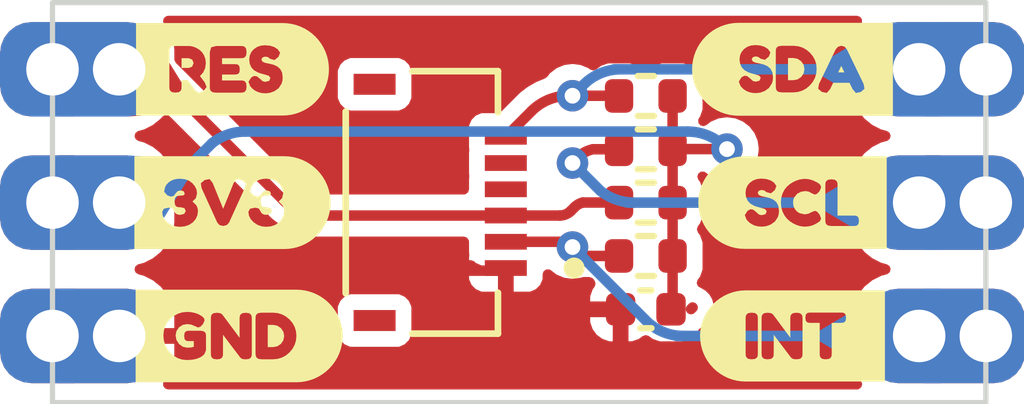
<source format=kicad_pcb>
(kicad_pcb (version 20240108) (generator "pcbnew") (generator_version "8.0")
  (layers (0 "F.Cu" signal) (31 "B.Cu" signal) (34 "B.Paste" user) (35 "F.Paste" user) (36 "B.SilkS" user "B.Silkscreen") (37 "F.SilkS" user "F.Silkscreen") (38 "B.Mask" user) (39 "F.Mask" user) (44 "Edge.Cuts" user))
  (net 0 "")
  (net 1 "GND")
  (net 2 "+3.3V")
  (net 3 "/INT")
  (net 4 "/SDA")
  (net 5 "/SCL")
  (net 6 "/RESET")
  (footprint "FH34SRJ-6S-0.5SH_50:HRS_FH34SRJ-6S-0.5SH_50_" (layer "F.Cu") (at 100.731 68.576 -90)
    (property "Reference" "J1" (hide yes))
    (property "Value" "Conn_01x06" (hide yes))
    (fp_line (start -1.73 1.8) (end 1.73 1.8) (stroke (width 0.127)) (layer "F.SilkS"))
    (fp_line (start -2.5 -1.1) (end -2.5 0.53) (stroke (width 0.127)) (layer "F.SilkS"))
    (fp_line (start -1.72 -1.1) (end -2.5 -1.1) (stroke (width 0.127)) (layer "F.SilkS"))
    (fp_line (start 1.72 -1.1) (end 2.5 -1.1) (stroke (width 0.127)) (layer "F.SilkS"))
    (fp_line (start 2.5 -1.1) (end 2.5 0.53) (stroke (width 0.127)) (layer "F.SilkS"))
    (fp_circle (center 1.25 -2.55) (end 1.35 -2.55) (stroke (width 0.2)) (fill none) (layer "F.SilkS"))
    (pad "1" smd rect (at 1.25 -1.25 270) (size 0.3 0.8) (layers "F.Cu" "F.Mask") (net 1 "GND"))
    (pad "2" smd rect (at 0.75 -1.25 270) (size 0.3 0.8) (layers "F.Cu" "F.Mask") (net 3 "/INT"))
    (pad "3" smd rect (at 0.25 -1.25 270) (size 0.3 0.8) (layers "F.Cu" "F.Mask") (net 6 "/RESET"))
    (pad "4" smd rect (at -0.25 -1.25 270) (size 0.3 0.8) (layers "F.Cu" "F.Mask") (net 2 "+3.3V"))
    (pad "5" smd rect (at -0.75 -1.25 270) (size 0.3 0.8) (layers "F.Cu" "F.Mask") (net 5 "/SCL"))
    (pad "6" smd rect (at -1.25 -1.25 270) (size 0.3 0.8) (layers "F.Cu" "F.Mask") (net 4 "/SDA"))
    (pad "S1" smd rect (at 2.25 1.25 270) (size 0.4 0.8) (layers "F.Cu" "F.Paste" "F.Mask"))
    (pad "S2" smd rect (at -2.25 1.25 270) (size 0.4 0.8) (layers "F.Cu" "F.Paste" "F.Mask"))
  )
  (footprint "Capacitor_SMD:C_0402_1005Metric" (layer "F.Cu") (at 104.648 70.612 180)
    (property "Reference" "C1" (hide yes))
    (property "Value" "0.1uF" (hide yes))
    (fp_line (start -0.107836 0.36) (end 0.107836 0.36) (stroke (width 0.12)) (layer "F.SilkS"))
    (fp_line (start -0.107836 -0.36) (end 0.107836 -0.36) (stroke (width 0.12)) (layer "F.SilkS"))
    (pad "1" smd roundrect (at -0.48 0 180) (size 0.56 0.62) (layers "F.Cu" "F.Paste" "F.Mask") (net 2 "+3.3V"))
    (pad "2" smd roundrect (at 0.48 0 180) (size 0.56 0.62) (layers "F.Cu" "F.Paste" "F.Mask") (net 1 "GND"))
  )
  (footprint "kibuzzard-6633914E" (layer "F.Cu") (at 107.442 71.12)
    (property "Reference" "kibuzzard-6633914E" (hide yes))
    (property "Value" "G***" (hide yes))
    (fp_poly (pts (xy -0.89244 -0.868468) (xy -0.892545 -0.868468) (xy -0.97767 -0.864286) (xy -1.061975 -0.851781) (xy -1.144648 -0.831072) (xy -1.224894 -0.80236) (xy -1.301939 -0.765921) (xy -1.375041 -0.722105) (xy -1.443496 -0.671335) (xy -1.506645 -0.6141) (xy -1.563881 -0.55095) (xy -1.61465 -0.482495) (xy -1.658466 -0.409393) (xy -1.694906 -0.332348) (xy -1.723618 -0.252103) (xy -1.744326 -0.16943) (xy -1.756832 -0.085125) (xy -1.761014 0) (xy -1.756832 0.085125) (xy -1.744326 0.16943) (xy -1.723618 0.252103) (xy -1.694906 0.332348) (xy -1.658466 0.409393) (xy -1.61465 0.482495) (xy -1.563881 0.55095) (xy -1.506645 0.6141) (xy -1.443496 0.671335) (xy -1.375041 0.722105) (xy -1.301939 0.765921) (xy -1.224894 0.80236) (xy -1.144648 0.831072) (xy -1.061975 0.851781) (xy -0.97767 0.864286) (xy -0.892545 0.868468) (xy -0.89244 0.868468) (xy -0.77687 0.868468) (xy -0.77687 0.445135) (xy -0.84291 0.436245) (xy -0.87847 0.407035) (xy -0.890535 0.37211) (xy -0.89244 0.328295) (xy -0.89244 -0.328295) (xy -0.890535 -0.37084) (xy -0.87847 -0.405765) (xy -0.84291 -0.434975) (xy -0.7756 -0.443865) (xy -0.70956 -0.434975) (xy -0.674 -0.405765) (xy -0.661935 -0.37084) (xy -0.66003 -0.327025) (xy -0.66003 0.329565) (xy -0.661935 0.37338) (xy -0.674 0.40767) (xy -0.70956 0.436245) (xy -0.77687 0.445135) (xy -0.77687 0.868468) (xy -0.47461 0.868468) (xy -0.47461 0.445135) (xy -0.540015 0.436245) (xy -0.574305 0.40767) (xy -0.58637 0.372745) (xy -0.58891 0.328295) (xy -0.58891 -0.330835) (xy -0.58637 -0.37338) (xy -0.57367 -0.407035) (xy -0.538745 -0.43434) (xy -0.47207 -0.442595) (xy -0.414285 -0.434975) (xy -0.3819 -0.4191) (xy -0.35904 -0.393065) (xy -0.04154 0.033655) (xy -0.04154 -0.330835) (xy -0.039 -0.372745) (xy -0.0263 -0.4064) (xy 0.00926 -0.433705) (xy 0.0753 -0.442595) (xy 0.14134 -0.433705) (xy 0.1769 -0.404495) (xy 0.188965 -0.36957) (xy 0.19087 -0.325755) (xy 0.19087 0.329565) (xy 0.188965 0.37338) (xy 0.1769 0.40767) (xy 0.14134 0.436245) (xy 0.07403 0.445135) (xy 0.008625 0.43815) (xy -0.02884 0.410845) (xy -0.35777 -0.023495) (xy -0.35777 0.329565) (xy -0.359675 0.37338) (xy -0.37174 0.40767) (xy -0.4073 0.436245) (xy -0.47461 0.445135) (xy -0.47461 0.868468) (xy 0.63156 0.868468) (xy 0.63156 0.445135) (xy 0.566155 0.436245) (xy 0.531865 0.40767) (xy 0.520435 0.37338) (xy 0.51853 0.330835) (xy 0.51853 -0.249555) (xy 0.342 -0.249555) (xy 0.305805 -0.25146) (xy 0.27723 -0.26162) (xy 0.2531 -0.291465) (xy 0.24548 -0.348615) (xy 0.2531 -0.40386) (xy 0.277865 -0.43307) (xy 0.307075 -0.44323) (xy 0.34327 -0.445135) (xy 0.92366 -0.445135) (xy 0.959855 -0.44323) (xy 0.98843 -0.43307) (xy 1.01256 -0.403225) (xy 1.02018 -0.347345) (xy 1.01256 -0.291465) (xy 0.987795 -0.26162) (xy 0.958585 -0.25146) (xy 0.92239 -0.249555) (xy 0.74713 -0.249555) (xy 0.74713 0.332105) (xy 0.745225 0.37465) (xy 0.73316 0.408305) (xy 0.6976 0.436245) (xy 0.63156 0.445135) (xy 0.63156 0.868468) (xy 1.02018 0.868468) (xy 1.761014 0.868468) (xy 1.761014 -0.868468) (xy 1.02018 -0.868468) (xy -0.89244 -0.868468)) (fill solid) (layer "F.SilkS"))
  )
  (footprint "Connector_castelled:Connector_Castelled_3pin_2.54mm_withVIA" (layer "F.Cu") (at 93.345 71.12 90)
    (property "Reference" "J2" (hide yes))
    (property "Value" "Conn_01x03" (hide yes))
    (pad "1" thru_hole roundrect (at 0 0 180) (size 2 1.8) (drill 1) (property pad_prop_castellated) (layers "*.Cu" "*.Mask") (roundrect_rratio 0.3333333333) (net 1 "GND"))
    (pad "1" thru_hole roundrect (at 0 1.27 180) (size 2.5 1.8) (drill 1 (offset 0.5 0)) (property pad_prop_castellated) (layers "*.Cu" "*.Mask") (roundrect_rratio 0.3333333333) (net 1 "GND"))
    (pad "2" thru_hole roundrect (at 2.54 0 180) (size 2 1.8) (drill 1) (property pad_prop_castellated) (layers "*.Cu" "*.Mask") (roundrect_rratio 0.3333333333) (net 2 "+3.3V"))
    (pad "2" thru_hole roundrect (at 2.54 1.27 180) (size 2.5 1.8) (drill 1 (offset 0.5 0)) (property pad_prop_castellated) (layers "*.Cu" "*.Mask") (roundrect_rratio 0.3333333333) (net 2 "+3.3V"))
    (pad "3" thru_hole roundrect (at 5.08 0 180) (size 2 1.8) (drill 1) (property pad_prop_castellated) (layers "*.Cu" "*.Mask") (roundrect_rratio 0.3333333333) (net 6 "/RESET"))
    (pad "3" thru_hole roundrect (at 5.08 1.27 180) (size 2.5 1.8) (drill 1 (offset 0.5 0)) (property pad_prop_castellated) (layers "*.Cu" "*.Mask") (roundrect_rratio 0.3333333333) (net 6 "/RESET"))
  )
  (footprint "Resistor_SMD:R_0402_1005Metric" (layer "F.Cu") (at 104.648 67.564 180)
    (property "Reference" "R3" (hide yes))
    (property "Value" "10k" (hide yes))
    (fp_line (start -0.153641 0.38) (end 0.153641 0.38) (stroke (width 0.12)) (layer "F.SilkS"))
    (fp_line (start -0.153641 -0.38) (end 0.153641 -0.38) (stroke (width 0.12)) (layer "F.SilkS"))
    (pad "1" smd roundrect (at -0.51 0 180) (size 0.54 0.64) (layers "F.Cu" "F.Paste" "F.Mask") (net 2 "+3.3V"))
    (pad "2" smd roundrect (at 0.51 0 180) (size 0.54 0.64) (layers "F.Cu" "F.Paste" "F.Mask") (net 5 "/SCL"))
  )
  (footprint "Resistor_SMD:R_0402_1005Metric" (layer "F.Cu") (at 104.648 66.548 180)
    (property "Reference" "R4" (hide yes))
    (property "Value" "10k" (hide yes))
    (fp_line (start -0.153641 0.38) (end 0.153641 0.38) (stroke (width 0.12)) (layer "F.SilkS"))
    (fp_line (start -0.153641 -0.38) (end 0.153641 -0.38) (stroke (width 0.12)) (layer "F.SilkS"))
    (pad "1" smd roundrect (at -0.51 0 180) (size 0.54 0.64) (layers "F.Cu" "F.Paste" "F.Mask") (net 2 "+3.3V"))
    (pad "2" smd roundrect (at 0.51 0 180) (size 0.54 0.64) (layers "F.Cu" "F.Paste" "F.Mask") (net 4 "/SDA"))
  )
  (footprint "Connector_castelled:Connector_Castelled_3pin_2.54mm_withVIA" (layer "F.Cu") (at 109.855 71.12 90)
    (property "Reference" "J3" (hide yes))
    (property "Value" "Conn_01x03" (hide yes))
    (pad "1" thru_hole roundrect (at 0 0 180) (size 2 1.8) (drill 1) (property pad_prop_castellated) (layers "*.Cu" "*.Mask") (roundrect_rratio 0.3333333333) (net 3 "/INT"))
    (pad "1" thru_hole roundrect (at 0 1.27 180) (size 2.5 1.8) (drill 1 (offset 0.5 0)) (property pad_prop_castellated) (layers "*.Cu" "*.Mask") (roundrect_rratio 0.3333333333) (net 3 "/INT"))
    (pad "2" thru_hole roundrect (at 2.54 0 180) (size 2 1.8) (drill 1) (property pad_prop_castellated) (layers "*.Cu" "*.Mask") (roundrect_rratio 0.3333333333) (net 5 "/SCL"))
    (pad "2" thru_hole roundrect (at 2.54 1.27 180) (size 2.5 1.8) (drill 1 (offset 0.5 0)) (property pad_prop_castellated) (layers "*.Cu" "*.Mask") (roundrect_rratio 0.3333333333) (net 5 "/SCL"))
    (pad "3" thru_hole roundrect (at 5.08 0 180) (size 2 1.8) (drill 1) (property pad_prop_castellated) (layers "*.Cu" "*.Mask") (roundrect_rratio 0.3333333333) (net 4 "/SDA"))
    (pad "3" thru_hole roundrect (at 5.08 1.27 180) (size 2.5 1.8) (drill 1 (offset 0.5 0)) (property pad_prop_castellated) (layers "*.Cu" "*.Mask") (roundrect_rratio 0.3333333333) (net 4 "/SDA"))
  )
  (footprint "kibuzzard-663390A2" (layer "F.Cu") (at 96.774 66.04)
    (property "Reference" "kibuzzard-663390A2" (hide yes))
    (property "Value" "G***" (hide yes))
    (fp_poly (pts (xy -0.970227 -0.026035) (xy -0.830527 -0.026035) (xy -0.769567 -0.048895) (xy -0.740357 -0.118745) (xy -0.767662 -0.184785) (xy -0.833067 -0.211455) (xy -0.970227 -0.211455) (xy -0.970227 -0.026035)) (fill solid) (layer "F.SilkS"))
    (fp_poly (pts (xy -1.202637 -0.881168) (xy -1.837637 -0.881168) (xy -1.837637 0.881168) (xy -1.202637 0.881168) (xy -0.645107 0.881168) (xy -0.645107 0.44831) (xy -0.716227 0.389255) (xy -0.852117 0.205105) (xy -0.970227 0.205105) (xy -0.970227 0.328295) (xy -0.972132 0.37211) (xy -0.984197 0.4064) (xy -1.019757 0.434975) (xy -1.087067 0.443865) (xy -1.153107 0.434975) (xy -1.188667 0.405765) (xy -1.200732 0.37084) (xy -1.202637 0.327025) (xy -1.202637 -0.328295) (xy -1.200732 -0.37084) (xy -1.188667 -0.405765) (xy -1.153107 -0.434975) (xy -1.085797 -0.443865) (xy -0.830527 -0.443865) (xy -0.778933 -0.438785) (xy -0.725752 -0.423545) (xy -0.67273 -0.39878) (xy -0.621612 -0.365125) (xy -0.576051 -0.320199) (xy -0.539697 -0.26162) (xy -0.515885 -0.192881) (xy -0.507947 -0.117475) (xy -0.520365 -0.022366) (xy -0.557618 0.059761) (xy -0.619707 0.128905) (xy -0.528267 0.250825) (xy -0.493977 0.338455) (xy -0.554937 0.413385) (xy -0.645107 0.44831) (xy -0.645107 0.881168) (xy -0.316177 0.881168) (xy -0.316177 0.445135) (xy -0.382217 0.436245) (xy -0.417777 0.407035) (xy -0.429842 0.37211) (xy -0.431747 0.328295) (xy -0.431747 -0.328295) (xy -0.405712 -0.4191) (xy -0.312367 -0.443865) (xy 0.152453 -0.443865) (xy 0.196268 -0.44196) (xy 0.230558 -0.429895) (xy 0.259133 -0.394335) (xy 0.268023 -0.327025) (xy 0.259133 -0.260985) (xy 0.229923 -0.225425) (xy 0.194998 -0.21336) (xy 0.151183 -0.211455) (xy -0.199337 -0.211455) (xy -0.199337 -0.098425) (xy 0.035613 -0.098425) (xy 0.076888 -0.09652) (xy 0.107368 -0.08636) (xy 0.131498 -0.05588) (xy 0.138483 0.001905) (xy 0.131498 0.05842) (xy 0.106733 0.08763) (xy 0.074983 0.09779) (xy 0.033073 0.099695) (xy -0.199337 0.099695) (xy -0.199337 0.212725) (xy 0.152453 0.212725) (xy 0.196268 0.21463) (xy 0.230558 0.226695) (xy 0.259133 0.262255) (xy 0.268023 0.329565) (xy 0.259133 0.395605) (xy 0.229923 0.431165) (xy 0.194998 0.44323) (xy 0.151183 0.445135) (xy -0.316177 0.445135) (xy -0.316177 0.881168) (xy 0.629973 0.881168) (xy 0.629973 0.457835) (xy 0.558853 0.45212) (xy 0.499163 0.43815) (xy 0.450268 0.417195) (xy 0.410898 0.393065) (xy 0.380418 0.3683) (xy 0.358193 0.346075) (xy 0.344223 0.328295) (xy 0.336603 0.319405) (xy 0.304853 0.236855) (xy 0.358193 0.155575) (xy 0.410968 0.126224) (xy 0.466002 0.134691) (xy 0.523293 0.180975) (xy 0.574728 0.22733) (xy 0.624893 0.239395) (xy 0.699823 0.22098) (xy 0.722683 0.161925) (xy 0.689663 0.122555) (xy 0.589968 0.09271) (xy 0.529484 0.076359) (xy 0.481383 0.059055) (xy 0.410263 0.018415) (xy 0.359463 -0.036195) (xy 0.328983 -0.104775) (xy 0.318823 -0.187325) (xy 0.328277 -0.260773) (xy 0.356641 -0.325332) (xy 0.403913 -0.381) (xy 0.465578 -0.423686) (xy 0.537122 -0.449298) (xy 0.618543 -0.457835) (xy 0.714357 -0.449368) (xy 0.795214 -0.423968) (xy 0.861113 -0.381635) (xy 0.906833 -0.31623) (xy 0.876353 -0.238125) (xy 0.801423 -0.17653) (xy 0.716333 -0.200025) (xy 0.701728 -0.21209) (xy 0.683948 -0.226695) (xy 0.659183 -0.23622) (xy 0.617273 -0.240665) (xy 0.570283 -0.22479) (xy 0.549963 -0.186055) (xy 0.572188 -0.14478) (xy 0.622353 -0.122555) (xy 0.699823 -0.10668) (xy 0.781103 -0.086995) (xy 0.853017 -0.053975) (xy 0.908738 -0.005715) (xy 0.944457 0.063182) (xy 0.956363 0.158115) (xy 0.950965 0.218758) (xy 0.934773 0.273685) (xy 0.879528 0.35941) (xy 0.801423 0.415925) (xy 0.714428 0.44831) (xy 0.629973 0.457835) (xy 0.629973 0.881168) (xy 0.956363 0.881168) (xy 0.956469 0.881168) (xy 1.042838 0.876925) (xy 1.128376 0.864237) (xy 1.212258 0.843226) (xy 1.293677 0.814093) (xy 1.371849 0.777121) (xy 1.44602 0.732665) (xy 1.515476 0.681152) (xy 1.579549 0.62308) (xy 1.637621 0.559007) (xy 1.689133 0.489551) (xy 1.73359 0.41538) (xy 1.770562 0.337209) (xy 1.799694 0.25579) (xy 1.820706 0.171907) (xy 1.833394 0.08637) (xy 1.837637 0) (xy 1.833394 -0.08637) (xy 1.820706 -0.171907) (xy 1.799694 -0.25579) (xy 1.770562 -0.337209) (xy 1.73359 -0.41538) (xy 1.689133 -0.489551) (xy 1.637621 -0.559007) (xy 1.579549 -0.62308) (xy 1.515476 -0.681152) (xy 1.44602 -0.732665) (xy 1.371849 -0.777121) (xy 1.293677 -0.814093) (xy 1.212258 -0.843226) (xy 1.128376 -0.864237) (xy 1.042838 -0.876925) (xy 0.956469 -0.881168) (xy 0.956363 -0.881168) (xy -1.202637 -0.881168)) (fill solid) (layer "F.SilkS"))
  )
  (footprint "kibuzzard-66339126" (layer "F.Cu") (at 107.442 68.58)
    (property "Reference" "kibuzzard-66339126" (hide yes))
    (property "Value" "G***" (hide yes))
    (fp_poly (pts (xy -0.913606 -0.881168) (xy -0.913712 -0.881168) (xy -1.000082 -0.876925) (xy -1.085619 -0.864237) (xy -1.169502 -0.843226) (xy -1.250921 -0.814093) (xy -1.329092 -0.777121) (xy -1.403263 -0.732665) (xy -1.472719 -0.681152) (xy -1.536792 -0.62308) (xy -1.594864 -0.559007) (xy -1.646377 -0.489551) (xy -1.690833 -0.41538) (xy -1.727805 -0.337209) (xy -1.756938 -0.25579) (xy -1.777949 -0.171907) (xy -1.790637 -0.08637) (xy -1.79488 0) (xy -1.790637 0.08637) (xy -1.777949 0.171907) (xy -1.756938 0.25579) (xy -1.727805 0.337209) (xy -1.690833 0.41538) (xy -1.646377 0.489551) (xy -1.594864 0.559007) (xy -1.536792 0.62308) (xy -1.472719 0.681152) (xy -1.403263 0.732665) (xy -1.329092 0.777121) (xy -1.250921 0.814093) (xy -1.169502 0.843226) (xy -1.085619 0.864237) (xy -1.000082 0.876925) (xy -0.913712 0.881168) (xy -0.913606 0.881168) (xy -0.583406 0.881168) (xy -0.583406 0.457835) (xy -0.654526 0.45212) (xy -0.714216 0.43815) (xy -0.763111 0.417195) (xy -0.802481 0.393065) (xy -0.832961 0.3683) (xy -0.855186 0.346075) (xy -0.869156 0.328295) (xy -0.876776 0.319405) (xy -0.908526 0.236855) (xy -0.855186 0.155575) (xy -0.802411 0.126224) (xy -0.747377 0.134691) (xy -0.690086 0.180975) (xy -0.638651 0.22733) (xy -0.588486 0.239395) (xy -0.513556 0.22098) (xy -0.490696 0.161925) (xy -0.523716 0.122555) (xy -0.623411 0.09271) (xy -0.683895 0.076359) (xy -0.731996 0.059055) (xy -0.803116 0.018415) (xy -0.853916 -0.036195) (xy -0.884396 -0.104775) (xy -0.894556 -0.187325) (xy -0.885102 -0.260773) (xy -0.856738 -0.325332) (xy -0.809466 -0.381) (xy -0.747801 -0.423686) (xy -0.676257 -0.449298) (xy -0.594836 -0.457835) (xy -0.499022 -0.449368) (xy -0.418165 -0.423968) (xy -0.352266 -0.381635) (xy -0.306546 -0.31623) (xy -0.337026 -0.238125) (xy -0.411956 -0.17653) (xy -0.497046 -0.200025) (xy -0.511651 -0.21209) (xy -0.529431 -0.226695) (xy -0.554196 -0.23622) (xy -0.596106 -0.240665) (xy -0.643096 -0.22479) (xy -0.663416 -0.186055) (xy -0.641191 -0.14478) (xy -0.591026 -0.122555) (xy -0.513556 -0.10668) (xy -0.432276 -0.086995) (xy -0.360362 -0.053975) (xy -0.304641 -0.005715) (xy -0.268922 0.063182) (xy -0.257016 0.158115) (xy -0.262414 0.218758) (xy -0.278606 0.273685) (xy -0.333851 0.35941) (xy -0.411956 0.415925) (xy -0.498951 0.44831) (xy -0.583406 0.457835) (xy -0.583406 0.881168) (xy 0.238284 0.881168) (xy 0.238284 0.457835) (xy 0.184468 0.454025) (xy 0.127159 0.442595) (xy 0.067151 0.422116) (xy 0.005239 0.39116) (xy -0.054292 0.351155) (xy -0.107156 0.30353) (xy -0.1524 0.244951) (xy -0.189071 0.172085) (xy -0.21336 0.087948) (xy -0.221456 -0.004445) (xy -0.213519 -0.093345) (xy -0.189706 -0.174625) (xy -0.153511 -0.245269) (xy -0.108426 -0.30226) (xy -0.055562 -0.348615) (xy 0.003969 -0.38735) (xy 0.066199 -0.417354) (xy 0.127159 -0.437515) (xy 0.186055 -0.448945) (xy 0.242094 -0.452755) (xy 0.317729 -0.444853) (xy 0.395623 -0.421146) (xy 0.475774 -0.381635) (xy 0.510064 -0.357505) (xy 0.533559 -0.330835) (xy 0.545624 -0.292735) (xy 0.517684 -0.221615) (xy 0.470059 -0.17018) (xy 0.426244 -0.153035) (xy 0.357664 -0.182245) (xy 0.349409 -0.18796) (xy 0.338614 -0.194945) (xy 0.326549 -0.20193) (xy 0.309404 -0.20828) (xy 0.289084 -0.21336) (xy 0.263684 -0.217805) (xy 0.233204 -0.219075) (xy 0.160814 -0.206375) (xy 0.089059 -0.16891) (xy 0.032544 -0.099695) (xy 0.016351 -0.05207) (xy 0.010954 0.001905) (xy 0.020638 0.071279) (xy 0.049689 0.12954) (xy 0.090805 0.174149) (xy 0.136684 0.202565) (xy 0.233204 0.222885) (xy 0.300196 0.212407) (xy 0.364014 0.180975) (xy 0.427514 0.155575) (xy 0.470694 0.173672) (xy 0.516414 0.227965) (xy 0.544354 0.301625) (xy 0.526574 0.34798) (xy 0.474504 0.386715) (xy 0.39915 0.426226) (xy 0.32041 0.449933) (xy 0.238284 0.457835) (xy 0.238284 0.881168) (xy 0.741204 0.881168) (xy 0.741204 0.445135) (xy 0.675164 0.436245) (xy 0.639604 0.407035) (xy 0.627539 0.37211) (xy 0.625634 0.328295) (xy 0.625634 -0.328295) (xy 0.627539 -0.37084) (xy 0.639604 -0.405765) (xy 0.675164 -0.434975) (xy 0.742474 -0.443865) (xy 0.808514 -0.434975) (xy 0.844074 -0.405765) (xy 0.856139 -0.37084) (xy 0.858044 -0.327025) (xy 0.858044 0.247015) (xy 1.167924 0.247015) (xy 1.204119 0.24892) (xy 1.233329 0.25908) (xy 1.258094 0.288925) (xy 1.265714 0.346075) (xy 1.258094 0.401955) (xy 1.233329 0.432435) (xy 1.202849 0.44323) (xy 1.166654 0.445135) (xy 0.741204 0.445135) (xy 0.741204 0.881168) (xy 1.265714 0.881168) (xy 1.79488 0.881168) (xy 1.79488 -0.881168) (xy 1.265714 -0.881168) (xy -0.913606 -0.881168)) (fill solid) (layer "F.SilkS"))
  )
  (footprint "kibuzzard-66339095" (layer "F.Cu") (at 96.901 71.12)
    (property "Reference" "kibuzzard-66339095" (hide yes))
    (property "Value" "G***" (hide yes))
    (fp_poly (pts (xy 0.544354 0.21209) (xy 0.647224 0.21209) (xy 0.727551 0.196691) (xy 0.795814 0.150495) (xy 0.842486 0.082391) (xy 0.858044 0.00127) (xy 0.842486 -0.08001) (xy 0.795814 -0.14859) (xy 0.727234 -0.195262) (xy 0.645954 -0.21082) (xy 0.544354 -0.21082) (xy 0.544354 0.21209)) (fill solid) (layer "F.SilkS"))
    (fp_poly (pts (xy -1.443196 -0.881803) (xy -1.972363 -0.881803) (xy -1.972363 0.881803) (xy -1.443196 0.881803) (xy -0.996156 0.881803) (xy -0.996156 0.45847) (xy -1.084421 0.449818) (xy -1.166336 0.423863) (xy -1.241901 0.380603) (xy -1.311116 0.32004) (xy -1.368901 0.247412) (xy -1.410176 0.167958) (xy -1.434941 0.081677) (xy -1.443196 -0.01143) (xy -1.434822 -0.100211) (xy -1.4097 -0.182404) (xy -1.36783 -0.258008) (xy -1.309211 -0.327025) (xy -1.238845 -0.384532) (xy -1.161732 -0.425609) (xy -1.077873 -0.450255) (xy -0.987266 -0.45847) (xy -0.921385 -0.453866) (xy -0.850741 -0.440055) (xy -0.783907 -0.417989) (xy -0.729456 -0.38862) (xy -0.693896 -0.36322) (xy -0.670401 -0.33655) (xy -0.658336 -0.29972) (xy -0.687546 -0.2286) (xy -0.734536 -0.178117) (xy -0.781526 -0.16129) (xy -0.850106 -0.1905) (xy -0.915194 -0.21717) (xy -0.993616 -0.22606) (xy -1.077119 -0.210344) (xy -1.147286 -0.163195) (xy -1.194911 -0.093186) (xy -1.210786 -0.00889) (xy -1.194276 0.078105) (xy -1.144746 0.15367) (xy -1.073309 0.206058) (xy -0.991076 0.22352) (xy -0.918051 0.219392) (xy -0.864076 0.20701) (xy -0.864076 0.09779) (xy -0.958056 0.09779) (xy -0.992346 0.095885) (xy -1.019016 0.085725) (xy -1.040606 0.05588) (xy -1.046956 -0.00127) (xy -1.039971 -0.05715) (xy -1.016476 -0.086995) (xy -0.988536 -0.097155) (xy -0.954246 -0.09906) (xy -0.731996 -0.09906) (xy -0.683101 -0.09017) (xy -0.653256 -0.07366) (xy -0.638016 -0.04826) (xy -0.632301 -0.02032) (xy -0.631666 0.01143) (xy -0.631666 0.27178) (xy -0.662146 0.344805) (xy -0.698024 0.379571) (xy -0.744696 0.40894) (xy -0.81497 0.436457) (xy -0.89879 0.452967) (xy -0.996156 0.45847) (xy -0.996156 0.881803) (xy -0.424656 0.881803) (xy -0.424656 0.44577) (xy -0.490061 0.43688) (xy -0.524351 0.408305) (xy -0.536416 0.37338) (xy -0.538956 0.32893) (xy -0.538956 -0.3302) (xy -0.536416 -0.372745) (xy -0.523716 -0.4064) (xy -0.488791 -0.433705) (xy -0.422116 -0.44196) (xy -0.364331 -0.43434) (xy -0.331946 -0.418465) (xy -0.309086 -0.39243) (xy 0.008414 0.03429) (xy 0.008414 -0.3302) (xy 0.010954 -0.37211) (xy 0.023654 -0.405765) (xy 0.059214 -0.43307) (xy 0.125254 -0.44196) (xy 0.191294 -0.43307) (xy 0.226854 -0.40386) (xy 0.238919 -0.368935) (xy 0.240824 -0.32512) (xy 0.240824 0.3302) (xy 0.238919 0.374015) (xy 0.226854 0.408305) (xy 0.191294 0.43688) (xy 0.123984 0.44577) (xy 0.058579 0.438785) (xy 0.021114 0.41148) (xy -0.307816 -0.02286) (xy -0.307816 0.3302) (xy -0.309721 0.374015) (xy -0.321786 0.408305) (xy -0.357346 0.43688) (xy -0.424656 0.44577) (xy -0.424656 0.881803) (xy 0.427514 0.881803) (xy 0.427514 0.4445) (xy 0.363379 0.43561) (xy 0.328454 0.408305) (xy 0.315119 0.372745) (xy 0.311944 0.32766) (xy 0.311944 -0.32893) (xy 0.313849 -0.371475) (xy 0.325914 -0.4064) (xy 0.361474 -0.434975) (xy 0.428784 -0.44323) (xy 0.647224 -0.44323) (xy 0.734854 -0.435134) (xy 0.816134 -0.410845) (xy 0.891064 -0.370364) (xy 0.959644 -0.31369) (xy 1.016873 -0.245745) (xy 1.057751 -0.17145) (xy 1.082278 -0.090805) (xy 1.090454 -0.00381) (xy 1.082278 0.085527) (xy 1.057751 0.168116) (xy 1.016873 0.243959) (xy 0.959644 0.313055) (xy 0.890826 0.370562) (xy 0.815181 0.411639) (xy 0.732711 0.436285) (xy 0.643414 0.4445) (xy 0.427514 0.4445) (xy 0.427514 0.881803) (xy 1.090454 0.881803) (xy 1.09056 0.881803) (xy 1.176991 0.877557) (xy 1.262591 0.86486) (xy 1.346534 0.843833) (xy 1.428011 0.81468) (xy 1.506239 0.777681) (xy 1.580463 0.733193) (xy 1.64997 0.681643) (xy 1.714089 0.623529) (xy 1.772203 0.55941) (xy 1.823752 0.489904) (xy 1.868241 0.415679) (xy 1.90524 0.337452) (xy 1.934393 0.255974) (xy 1.955419 0.172031) (xy 1.968117 0.086432) (xy 1.972363 0) (xy 1.968117 -0.086432) (xy 1.955419 -0.172031) (xy 1.934393 -0.255974) (xy 1.90524 -0.337452) (xy 1.868241 -0.415679) (xy 1.823752 -0.489904) (xy 1.772203 -0.55941) (xy 1.714089 -0.623529) (xy 1.64997 -0.681643) (xy 1.580463 -0.733193) (xy 1.506239 -0.777681) (xy 1.428011 -0.81468) (xy 1.346534 -0.843833) (xy 1.262591 -0.86486) (xy 1.176991 -0.877557) (xy 1.09056 -0.881803) (xy 1.090454 -0.881803) (xy -1.443196 -0.881803)) (fill solid) (layer "F.SilkS"))
  )
  (footprint "kibuzzard-663390E6" (layer "F.Cu") (at 107.442 66.04)
    (property "Reference" "kibuzzard-663390E6" (hide yes))
    (property "Value" "G***" (hide yes))
    (fp_poly (pts (xy 0.929164 -0.064135) (xy 0.869474 0.059055) (xy 0.988854 0.059055) (xy 0.929164 -0.064135)) (fill solid) (layer "F.SilkS"))
    (fp_poly (pts (xy -0.085566 0.207645) (xy 0.017304 0.207645) (xy 0.097631 0.192246) (xy 0.165894 0.14605) (xy 0.212566 0.077946) (xy 0.228124 -0.003175) (xy 0.212566 -0.084455) (xy 0.165894 -0.153035) (xy 0.097314 -0.199707) (xy 0.016034 -0.215265) (xy -0.085566 -0.215265) (xy -0.085566 0.207645)) (fill solid) (layer "F.SilkS"))
    (fp_poly (pts (xy -1.027906 -0.884978) (xy -1.028012 -0.884978) (xy -1.114755 -0.880717) (xy -1.200663 -0.867974) (xy -1.284908 -0.846871) (xy -1.366679 -0.817613) (xy -1.445188 -0.780481) (xy -1.51968 -0.735833) (xy -1.589436 -0.684098) (xy -1.653786 -0.625774) (xy -1.71211 -0.561424) (xy -1.763845 -0.491668) (xy -1.808493 -0.417176) (xy -1.845625 -0.338667) (xy -1.874884 -0.256896) (xy -1.895986 -0.172651) (xy -1.908729 -0.086743) (xy -1.91299 0) (xy -1.908729 0.086743) (xy -1.895986 0.172651) (xy -1.874884 0.256896) (xy -1.845625 0.338667) (xy -1.808493 0.417176) (xy -1.763845 0.491668) (xy -1.71211 0.561424) (xy -1.653786 0.625774) (xy -1.589436 0.684098) (xy -1.51968 0.735833) (xy -1.445188 0.780481) (xy -1.366679 0.817613) (xy -1.284908 0.846871) (xy -1.200663 0.867974) (xy -1.114755 0.880717) (xy -1.028012 0.884978) (xy -1.027906 0.884978) (xy -0.697706 0.884978) (xy -0.697706 0.454025) (xy -0.768826 0.44831) (xy -0.828516 0.43434) (xy -0.877411 0.413385) (xy -0.916781 0.389255) (xy -0.947261 0.36449) (xy -0.969486 0.342265) (xy -0.983456 0.324485) (xy -0.991076 0.315595) (xy -1.022826 0.233045) (xy -0.969486 0.151765) (xy -0.916711 0.122414) (xy -0.861677 0.130881) (xy -0.804386 0.177165) (xy -0.752951 0.22352) (xy -0.702786 0.235585) (xy -0.627856 0.21717) (xy -0.604996 0.158115) (xy -0.638016 0.118745) (xy -0.737711 0.0889) (xy -0.798195 0.072549) (xy -0.846296 0.055245) (xy -0.917416 0.014605) (xy -0.968216 -0.040005) (xy -0.998696 -0.108585) (xy -1.008856 -0.191135) (xy -0.999402 -0.264583) (xy -0.971038 -0.329142) (xy -0.923766 -0.38481) (xy -0.862101 -0.427496) (xy -0.790557 -0.453108) (xy -0.709136 -0.461645) (xy -0.613322 -0.453178) (xy -0.532465 -0.427778) (xy -0.466566 -0.385445) (xy -0.420846 -0.32004) (xy -0.451326 -0.241935) (xy -0.526256 -0.18034) (xy -0.611346 -0.203835) (xy -0.625951 -0.2159) (xy -0.643731 -0.230505) (xy -0.668496 -0.24003) (xy -0.710406 -0.244475) (xy -0.757396 -0.2286) (xy -0.777716 -0.189865) (xy -0.755491 -0.14859) (xy -0.705326 -0.126365) (xy -0.627856 -0.11049) (xy -0.546576 -0.090805) (xy -0.474663 -0.057785) (xy -0.418941 -0.009525) (xy -0.383223 0.059372) (xy -0.371316 0.154305) (xy -0.376714 0.214948) (xy -0.392906 0.269875) (xy -0.448151 0.3556) (xy -0.526256 0.412115) (xy -0.613251 0.4445) (xy -0.697706 0.454025) (xy -0.697706 0.884978) (xy -0.202406 0.884978) (xy -0.202406 0.440055) (xy -0.266541 0.431165) (xy -0.301466 0.40386) (xy -0.314801 0.3683) (xy -0.317976 0.323215) (xy -0.317976 -0.333375) (xy -0.316071 -0.37592) (xy -0.304006 -0.410845) (xy -0.268446 -0.43942) (xy -0.201136 -0.447675) (xy 0.017304 -0.447675) (xy 0.104934 -0.439579) (xy 0.186214 -0.41529) (xy 0.261144 -0.374809) (xy 0.329724 -0.318135) (xy 0.386953 -0.25019) (xy 0.427831 -0.175895) (xy 0.452358 -0.09525) (xy 0.460534 -0.008255) (xy 0.452358 0.081082) (xy 0.427831 0.163671) (xy 0.386953 0.239514) (xy 0.329724 0.30861) (xy 0.260906 0.366117) (xy 0.185261 0.407194) (xy 0.102791 0.43184) (xy 0.013494 0.440055) (xy -0.202406 0.440055) (xy -0.202406 0.884978) (xy 1.207294 0.884978) (xy 1.207294 0.45085) (xy 1.145064 0.377825) (xy 1.086644 0.257175) (xy 0.774224 0.257175) (xy 0.715804 0.379095) (xy 0.652304 0.44958) (xy 0.559594 0.431165) (xy 0.488474 0.36957) (xy 0.504984 0.280035) (xy 0.823754 -0.380365) (xy 0.868204 -0.42926) (xy 0.930434 -0.447675) (xy 0.992346 -0.43053) (xy 1.035844 -0.379095) (xy 1.354614 0.280035) (xy 1.371759 0.370205) (xy 1.301274 0.432435) (xy 1.207294 0.45085) (xy 1.207294 0.884978) (xy 1.383824 0.884978) (xy 1.91299 0.884978) (xy 1.91299 -0.884978) (xy 1.383824 -0.884978) (xy -1.027906 -0.884978)) (fill solid) (layer "F.SilkS"))
  )
  (footprint "Resistor_SMD:R_0402_1005Metric" (layer "F.Cu") (at 104.648 68.58 180)
    (property "Reference" "R1" (hide yes))
    (property "Value" "10k" (hide yes))
    (fp_line (start -0.153641 0.38) (end 0.153641 0.38) (stroke (width 0.12)) (layer "F.SilkS"))
    (fp_line (start -0.153641 -0.38) (end 0.153641 -0.38) (stroke (width 0.12)) (layer "F.SilkS"))
    (pad "1" smd roundrect (at -0.51 0 180) (size 0.54 0.64) (layers "F.Cu" "F.Paste" "F.Mask") (net 2 "+3.3V"))
    (pad "2" smd roundrect (at 0.51 0 180) (size 0.54 0.64) (layers "F.Cu" "F.Paste" "F.Mask") (net 6 "/RESET"))
  )
  (footprint "kibuzzard-663390A9" (layer "F.Cu") (at 96.774 68.58)
    (property "Reference" "kibuzzard-663390A9" (hide yes))
    (property "Value" "G***" (hide yes))
    (fp_poly (pts (xy -1.339691 -0.884343) (xy -1.868858 -0.884343) (xy -1.868858 0.884343) (xy -1.339691 0.884343) (xy -1.000601 0.884343) (xy -1.000601 0.46101) (xy -1.087385 0.451485) (xy -1.166548 0.42291) (xy -1.238091 0.375285) (xy -1.294536 0.315101) (xy -1.328402 0.248849) (xy -1.339691 0.17653) (xy -1.307941 0.116523) (xy -1.212691 0.09652) (xy -1.142841 0.11049) (xy -1.106011 0.17018) (xy -1.103471 0.177165) (xy -1.093946 0.192405) (xy -1.074896 0.211455) (xy -1.044416 0.226695) (xy -0.999331 0.23368) (xy -0.919956 0.213995) (xy -0.890111 0.16129) (xy -0.914559 0.106045) (xy -0.987901 0.08763) (xy -1.022826 0.08763) (xy -1.052036 0.081915) (xy -1.080611 0.06604) (xy -1.095851 0.03302) (xy -1.103471 -0.02286) (xy -1.095216 -0.08636) (xy -1.068546 -0.11938) (xy -1.036161 -0.130175) (xy -0.995521 -0.13208) (xy -0.986631 -0.13208) (xy -0.927576 -0.140335) (xy -0.909161 -0.17272) (xy -0.930116 -0.216535) (xy -0.987901 -0.23241) (xy -1.042511 -0.21971) (xy -1.079341 -0.18161) (xy -1.118006 -0.129258) (xy -1.171346 -0.114441) (xy -1.239361 -0.13716) (xy -1.302226 -0.20701) (xy -1.283811 -0.29464) (xy -1.281906 -0.299085) (xy -1.274921 -0.313055) (xy -1.262221 -0.33401) (xy -1.241901 -0.35941) (xy -1.213961 -0.386715) (xy -1.176496 -0.41275) (xy -1.129506 -0.434975) (xy -1.071086 -0.450215) (xy -1.000601 -0.45593) (xy -0.908244 -0.446334) (xy -0.829292 -0.417548) (xy -0.763746 -0.36957) (xy -0.71471 -0.30988) (xy -0.685288 -0.245957) (xy -0.675481 -0.1778) (xy -0.697389 -0.084772) (xy -0.763111 -0.02159) (xy -0.691991 0.04699) (xy -0.666274 0.09779) (xy -0.657701 0.15875) (xy -0.668496 0.240947) (xy -0.700881 0.313126) (xy -0.754856 0.375285) (xy -0.825341 0.42291) (xy -0.907256 0.451485) (xy -1.000601 0.46101) (xy -1.000601 0.884343) (xy -0.175101 0.884343) (xy -0.175101 0.4445) (xy -0.246221 0.428625) (xy -0.289401 0.381) (xy -0.590391 -0.28067) (xy -0.603091 -0.368935) (xy -0.531971 -0.42926) (xy -0.436721 -0.44831) (xy -0.378301 -0.37592) (xy -0.177641 0.11811) (xy 0.023019 -0.37592) (xy 0.082709 -0.447675) (xy 0.176689 -0.42926) (xy 0.249714 -0.3683) (xy 0.235109 -0.28067) (xy -0.065881 0.381) (xy -0.109696 0.427355) (xy -0.175101 0.4445) (xy -0.175101 0.884343) (xy 0.641509 0.884343) (xy 0.641509 0.46101) (xy 0.554725 0.451485) (xy 0.475562 0.42291) (xy 0.404019 0.375285) (xy 0.347574 0.315101) (xy 0.313708 0.248849) (xy 0.302419 0.17653) (xy 0.334169 0.116523) (xy 0.429419 0.09652) (xy 0.499269 0.11049) (xy 0.536099 0.17018) (xy 0.538639 0.177165) (xy 0.548164 0.192405) (xy 0.567214 0.211455) (xy 0.597694 0.226695) (xy 0.642779 0.23368) (xy 0.722154 0.213995) (xy 0.751999 0.16129) (xy 0.727551 0.106045) (xy 0.654209 0.08763) (xy 0.619284 0.08763) (xy 0.590074 0.081915) (xy 0.561499 0.06604) (xy 0.546259 0.03302) (xy 0.538639 -0.02286) (xy 0.546894 -0.08636) (xy 0.573564 -0.11938) (xy 0.605949 -0.130175) (xy 0.646589 -0.13208) (xy 0.655479 -0.13208) (xy 0.714534 -0.140335) (xy 0.732949 -0.17272) (xy 0.711994 -0.216535) (xy 0.654209 -0.23241) (xy 0.599599 -0.21971) (xy 0.562769 -0.18161) (xy 0.524104 -0.129258) (xy 0.470764 -0.114441) (xy 0.402749 -0.13716) (xy 0.339884 -0.20701) (xy 0.358299 -0.29464) (xy 0.360204 -0.299085) (xy 0.367189 -0.313055) (xy 0.379889 -0.33401) (xy 0.400209 -0.35941) (xy 0.428149 -0.386715) (xy 0.465614 -0.41275) (xy 0.512604 -0.434975) (xy 0.571024 -0.450215) (xy 0.641509 -0.45593) (xy 0.733866 -0.446334) (xy 0.812818 -0.417548) (xy 0.878364 -0.36957) (xy 0.9274 -0.30988) (xy 0.956822 -0.245957) (xy 0.966629 -0.1778) (xy 0.944721 -0.084772) (xy 0.878999 -0.02159) (xy 0.950119 0.04699) (xy 0.975836 0.09779) (xy 0.984409 0.15875) (xy 0.973614 0.240947) (xy 0.941229 0.313126) (xy 0.887254 0.375285) (xy 0.816769 0.42291) (xy 0.734854 0.451485) (xy 0.641509 0.46101) (xy 0.641509 0.884343) (xy 0.984409 0.884343) (xy 0.984515 0.884343) (xy 1.071195 0.880085) (xy 1.157041 0.867351) (xy 1.241226 0.846264) (xy 1.322938 0.817027) (xy 1.401391 0.779921) (xy 1.475829 0.735305) (xy 1.545536 0.683607) (xy 1.60984 0.625325) (xy 1.668121 0.561021) (xy 1.719819 0.491315) (xy 1.764436 0.416877) (xy 1.801541 0.338424) (xy 1.830778 0.256711) (xy 1.851866 0.172527) (xy 1.8646 0.086681) (xy 1.868858 0) (xy 1.8646 -0.086681) (xy 1.851866 -0.172527) (xy 1.830778 -0.256711) (xy 1.801541 -0.338424) (xy 1.764436 -0.416877) (xy 1.719819 -0.491315) (xy 1.668121 -0.561021) (xy 1.60984 -0.625325) (xy 1.545536 -0.683607) (xy 1.475829 -0.735305) (xy 1.401391 -0.779921) (xy 1.322938 -0.817027) (xy 1.241226 -0.846264) (xy 1.157041 -0.867351) (xy 1.071195 -0.880085) (xy 0.984515 -0.884343) (xy 0.984409 -0.884343) (xy -1.339691 -0.884343)) (fill solid) (layer "F.SilkS"))
  )
  (footprint "Resistor_SMD:R_0402_1005Metric" (layer "F.Cu") (at 104.648 69.596 180)
    (property "Reference" "R2" (hide yes))
    (property "Value" "10k" (hide yes))
    (fp_line (start -0.153641 0.38) (end 0.153641 0.38) (stroke (width 0.12)) (layer "F.SilkS"))
    (fp_line (start -0.153641 -0.38) (end 0.153641 -0.38) (stroke (width 0.12)) (layer "F.SilkS"))
    (pad "1" smd roundrect (at -0.51 0 180) (size 0.54 0.64) (layers "F.Cu" "F.Paste" "F.Mask") (net 2 "+3.3V"))
    (pad "2" smd roundrect (at 0.51 0 180) (size 0.54 0.64) (layers "F.Cu" "F.Paste" "F.Mask") (net 3 "/INT"))
  )
  (gr_rect (start 93.345 64.77) (end 111.125 72.39) (stroke (width 0.1)) (fill none) (layer "Edge.Cuts"))
  (segment (start 105.162 67.56) (end 106.194 67.56) (width 0.2) (layer "F.Cu") (net 2))
  (segment (start 105.158 67.564) (end 105.162 67.56) (width 0.2) (layer "F.Cu") (net 2))
  (segment (start 105.539 70.578) (end 105.509 70.608) (width 0.2) (layer "F.Cu") (net 2))
  (segment (start 105.158 66.548) (end 105.158 70.582) (width 0.2) (layer "F.Cu") (net 2))
  (via (at 106.194 67.56) (size 0.6) (drill 0.3) (layers "F.Cu" "B.Cu") (net 2))
  (segment (start 96.382015 67.45079) (end 95.252805 68.58) (width 0.2) (layer "B.Cu") (net 2))
  (segment (start 105.445786 67.226) (end 97.018214 67.226) (width 0.2) (layer "B.Cu") (net 2))
  (segment (start 106.194 67.56) (end 106.191181 67.56) (width 0.2) (layer "B.Cu") (net 2))
  (segment (start 106.191181 67.56) (end 106.081979 67.450798) (width 0.2) (layer "B.Cu") (net 2))
  (segment (start 95.252805 68.58) (end 94.615 68.58) (width 0.2) (layer "B.Cu") (net 2))
  (arc (start 106.081979 67.450798) (mid 105.782679 67.284452) (end 105.445786 67.226) (width 0.2) (layer "B.Cu") (net 2))
  (arc (start 97.018214 67.226) (mid 96.681322 67.284452) (end 96.382015 67.45079) (width 0.2) (layer "B.Cu") (net 2))
  (segment (start 103.421 69.596) (end 103.251 69.426) (width 0.2) (layer "F.Cu") (net 3))
  (segment (start 104.138 69.596) (end 103.421 69.596) (width 0.2) (layer "F.Cu") (net 3))
  (segment (start 103.251 69.326) (end 101.981 69.326) (width 0.2) (layer "F.Cu") (net 3))
  (segment (start 103.251 69.326) (end 103.251 69.426) (width 0.2) (layer "F.Cu") (net 3))
  (via (at 103.251 69.426) (size 0.6) (drill 0.3) (layers "F.Cu" "B.Cu") (net 3))
  (segment (start 109.855 71.12) (end 105.232214 71.12) (width 0.2) (layer "B.Cu") (net 3))
  (segment (start 104.652107 70.827107) (end 103.251 69.426) (width 0.2) (layer "B.Cu") (net 3))
  (arc (start 104.652107 70.827107) (mid 104.97653 71.04388) (end 105.359214 71.12) (width 0.2) (layer "B.Cu") (net 3))
  (segment (start 104.134 66.544) (end 103.251 66.544) (width 0.2) (layer "F.Cu") (net 4))
  (segment (start 102.470107 66.836893) (end 101.981 67.326) (width 0.2) (layer "F.Cu") (net 4))
  (segment (start 104.138 66.548) (end 104.134 66.544) (width 0.2) (layer "F.Cu") (net 4))
  (via (at 103.251 66.544) (size 0.6) (drill 0.3) (layers "F.Cu" "B.Cu") (net 4))
  (arc (start 103.177214 66.544) (mid 102.794531 66.62012) (end 102.470107 66.836893) (width 0.2) (layer "F.Cu") (net 4))
  (segment (start 104.042214 66.04) (end 109.855 66.04) (width 0.2) (layer "B.Cu") (net 4))
  (segment (start 103.251 66.544) (end 103.462107 66.332893) (width 0.2) (layer "B.Cu") (net 4))
  (arc (start 104.169214 66.04) (mid 103.786531 66.11612) (end 103.462107 66.332893) (width 0.2) (layer "B.Cu") (net 4))
  (segment (start 104.137202 67.563202) (end 104.138 67.564) (width 0.2) (layer "F.Cu") (net 5))
  (segment (start 103.253089 67.826) (end 103.418006 67.661083) (width 0.2) (layer "F.Cu") (net 5))
  (segment (start 103.641959 67.563202) (end 104.137202 67.563202) (width 0.2) (layer "F.Cu") (net 5))
  (segment (start 103.251 67.826) (end 103.253089 67.826) (width 0.2) (layer "F.Cu") (net 5))
  (via (at 103.251 67.826) (size 0.6) (drill 0.3) (layers "F.Cu" "B.Cu") (net 5))
  (arc (start 103.418006 67.661083) (mid 103.524808 67.600951) (end 103.641959 67.563202) (width 0.2) (layer "F.Cu") (net 5))
  (segment (start 104.292214 68.58) (end 109.855 68.58) (width 0.2) (layer "B.Cu") (net 5))
  (segment (start 103.251 67.826) (end 103.253819 67.826) (width 0.2) (layer "B.Cu") (net 5))
  (segment (start 103.253819 67.826) (end 103.783021 68.355202) (width 0.2) (layer "B.Cu") (net 5))
  (arc (start 103.783021 68.355202) (mid 104.082321 68.521548) (end 104.419214 68.58) (width 0.2) (layer "B.Cu") (net 5))
  (segment (start 101.981 68.826) (end 103.007736 68.826) (width 0.2) (layer "F.Cu") (net 6))
  (segment (start 103.219868 68.738132) (end 103.294132 68.663868) (width 0.2) (layer "F.Cu") (net 6))
  (segment (start 103.44697 68.577903) (end 104.135903 68.577903) (width 0.2) (layer "F.Cu") (net 6))
  (segment (start 95.25 66.04) (end 94.615 66.04) (width 0.2) (layer "F.Cu") (net 6))
  (segment (start 104.135903 68.577903) (end 104.138 68.58) (width 0.2) (layer "F.Cu") (net 6))
  (segment (start 97.743107 68.533107) (end 95.25 66.04) (width 0.2) (layer "F.Cu") (net 6))
  (segment (start 101.981 68.826) (end 98.450214 68.826) (width 0.2) (layer "F.Cu") (net 6))
  (arc (start 103.007736 68.826) (mid 103.122541 68.803164) (end 103.219868 68.738132) (width 0.2) (layer "F.Cu") (net 6))
  (arc (start 103.294132 68.663868) (mid 103.364843 68.611415) (end 103.44697 68.577903) (width 0.2) (layer "F.Cu") (net 6))
  (arc (start 98.450214 68.826) (mid 98.067531 68.74988) (end 97.743107 68.533107) (width 0.2) (layer "F.Cu") (net 6))
  (zone (net 1) (net_name "GND") (layer "F.Cu") (connect_pads (clearance 0.3)) (min_thickness 0.2) (fill yes (thermal_gap 0.3) (thermal_bridge_width 0.3) (smoothing fillet) (radius 0.5))
    (polygon (pts (xy 93.98 64.77) (xy 111.76 64.77) (xy 111.76 72.39) (xy 93.98 72.39)))
  )
)
</source>
